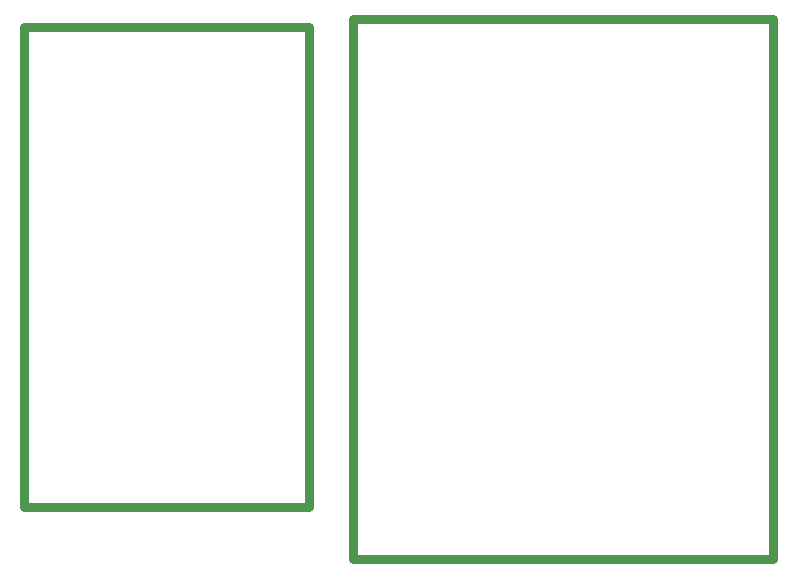
<source format=gbr>
%FSLAX34Y34*%
%MOMM*%
%LNOUTLINE*%
G71*
G01*
%ADD10C, 0.80*%
%LPD*%
G54D10*
X38100Y485200D02*
X279400Y485200D01*
X279400Y78800D01*
X38100Y78800D01*
X38100Y485200D01*
G54D10*
X672169Y492137D02*
X672169Y34938D01*
X316569Y34938D01*
X316569Y492137D01*
X672169Y492137D01*
M02*

</source>
